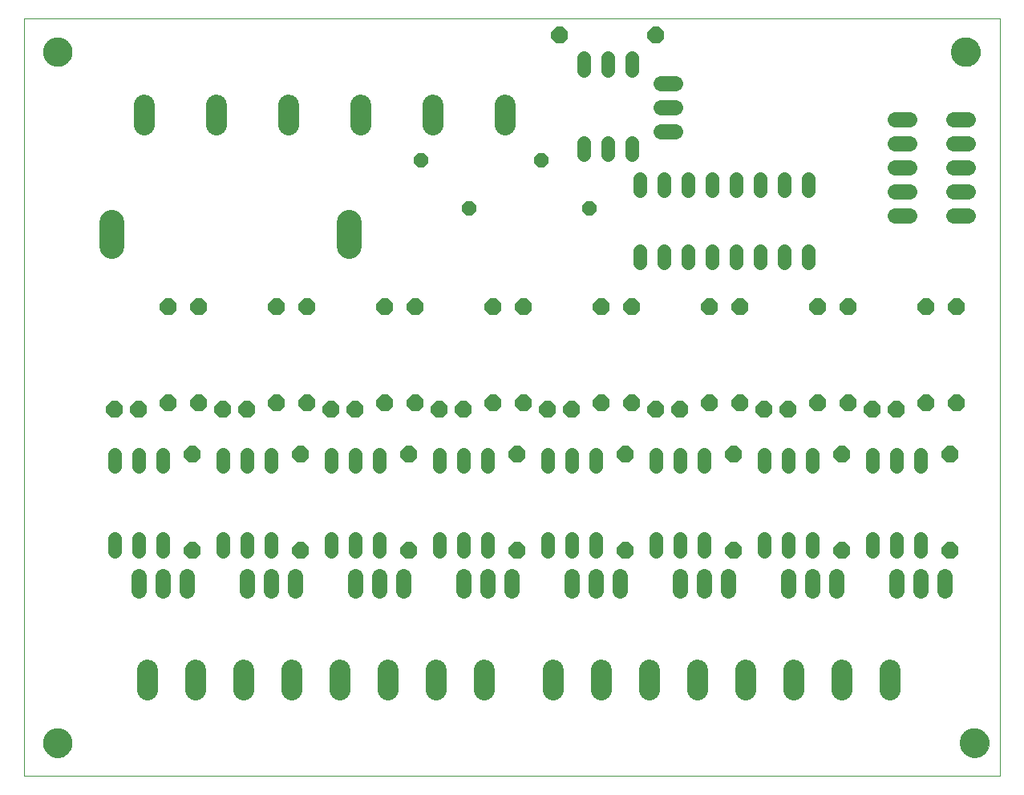
<source format=gbs>
G75*
%MOIN*%
%OFA0B0*%
%FSLAX24Y24*%
%IPPOS*%
%LPD*%
%AMOC8*
5,1,8,0,0,1.08239X$1,22.5*
%
%ADD10C,0.0000*%
%ADD11C,0.0640*%
%ADD12C,0.0560*%
%ADD13OC8,0.0700*%
%ADD14C,0.0865*%
%ADD15C,0.1040*%
%ADD16C,0.1221*%
%ADD17OC8,0.0600*%
D10*
X000325Y000425D02*
X000325Y031921D01*
X040876Y031921D01*
X040876Y000425D01*
X000325Y000425D01*
X001109Y001800D02*
X001111Y001848D01*
X001117Y001896D01*
X001127Y001943D01*
X001140Y001989D01*
X001158Y002034D01*
X001178Y002078D01*
X001203Y002120D01*
X001231Y002159D01*
X001261Y002196D01*
X001295Y002230D01*
X001332Y002262D01*
X001370Y002291D01*
X001411Y002316D01*
X001454Y002338D01*
X001499Y002356D01*
X001545Y002370D01*
X001592Y002381D01*
X001640Y002388D01*
X001688Y002391D01*
X001736Y002390D01*
X001784Y002385D01*
X001832Y002376D01*
X001878Y002364D01*
X001923Y002347D01*
X001967Y002327D01*
X002009Y002304D01*
X002049Y002277D01*
X002087Y002247D01*
X002122Y002214D01*
X002154Y002178D01*
X002184Y002140D01*
X002210Y002099D01*
X002232Y002056D01*
X002252Y002012D01*
X002267Y001967D01*
X002279Y001920D01*
X002287Y001872D01*
X002291Y001824D01*
X002291Y001776D01*
X002287Y001728D01*
X002279Y001680D01*
X002267Y001633D01*
X002252Y001588D01*
X002232Y001544D01*
X002210Y001501D01*
X002184Y001460D01*
X002154Y001422D01*
X002122Y001386D01*
X002087Y001353D01*
X002049Y001323D01*
X002009Y001296D01*
X001967Y001273D01*
X001923Y001253D01*
X001878Y001236D01*
X001832Y001224D01*
X001784Y001215D01*
X001736Y001210D01*
X001688Y001209D01*
X001640Y001212D01*
X001592Y001219D01*
X001545Y001230D01*
X001499Y001244D01*
X001454Y001262D01*
X001411Y001284D01*
X001370Y001309D01*
X001332Y001338D01*
X001295Y001370D01*
X001261Y001404D01*
X001231Y001441D01*
X001203Y001480D01*
X001178Y001522D01*
X001158Y001566D01*
X001140Y001611D01*
X001127Y001657D01*
X001117Y001704D01*
X001111Y001752D01*
X001109Y001800D01*
X001109Y030550D02*
X001111Y030598D01*
X001117Y030646D01*
X001127Y030693D01*
X001140Y030739D01*
X001158Y030784D01*
X001178Y030828D01*
X001203Y030870D01*
X001231Y030909D01*
X001261Y030946D01*
X001295Y030980D01*
X001332Y031012D01*
X001370Y031041D01*
X001411Y031066D01*
X001454Y031088D01*
X001499Y031106D01*
X001545Y031120D01*
X001592Y031131D01*
X001640Y031138D01*
X001688Y031141D01*
X001736Y031140D01*
X001784Y031135D01*
X001832Y031126D01*
X001878Y031114D01*
X001923Y031097D01*
X001967Y031077D01*
X002009Y031054D01*
X002049Y031027D01*
X002087Y030997D01*
X002122Y030964D01*
X002154Y030928D01*
X002184Y030890D01*
X002210Y030849D01*
X002232Y030806D01*
X002252Y030762D01*
X002267Y030717D01*
X002279Y030670D01*
X002287Y030622D01*
X002291Y030574D01*
X002291Y030526D01*
X002287Y030478D01*
X002279Y030430D01*
X002267Y030383D01*
X002252Y030338D01*
X002232Y030294D01*
X002210Y030251D01*
X002184Y030210D01*
X002154Y030172D01*
X002122Y030136D01*
X002087Y030103D01*
X002049Y030073D01*
X002009Y030046D01*
X001967Y030023D01*
X001923Y030003D01*
X001878Y029986D01*
X001832Y029974D01*
X001784Y029965D01*
X001736Y029960D01*
X001688Y029959D01*
X001640Y029962D01*
X001592Y029969D01*
X001545Y029980D01*
X001499Y029994D01*
X001454Y030012D01*
X001411Y030034D01*
X001370Y030059D01*
X001332Y030088D01*
X001295Y030120D01*
X001261Y030154D01*
X001231Y030191D01*
X001203Y030230D01*
X001178Y030272D01*
X001158Y030316D01*
X001140Y030361D01*
X001127Y030407D01*
X001117Y030454D01*
X001111Y030502D01*
X001109Y030550D01*
X038859Y030550D02*
X038861Y030598D01*
X038867Y030646D01*
X038877Y030693D01*
X038890Y030739D01*
X038908Y030784D01*
X038928Y030828D01*
X038953Y030870D01*
X038981Y030909D01*
X039011Y030946D01*
X039045Y030980D01*
X039082Y031012D01*
X039120Y031041D01*
X039161Y031066D01*
X039204Y031088D01*
X039249Y031106D01*
X039295Y031120D01*
X039342Y031131D01*
X039390Y031138D01*
X039438Y031141D01*
X039486Y031140D01*
X039534Y031135D01*
X039582Y031126D01*
X039628Y031114D01*
X039673Y031097D01*
X039717Y031077D01*
X039759Y031054D01*
X039799Y031027D01*
X039837Y030997D01*
X039872Y030964D01*
X039904Y030928D01*
X039934Y030890D01*
X039960Y030849D01*
X039982Y030806D01*
X040002Y030762D01*
X040017Y030717D01*
X040029Y030670D01*
X040037Y030622D01*
X040041Y030574D01*
X040041Y030526D01*
X040037Y030478D01*
X040029Y030430D01*
X040017Y030383D01*
X040002Y030338D01*
X039982Y030294D01*
X039960Y030251D01*
X039934Y030210D01*
X039904Y030172D01*
X039872Y030136D01*
X039837Y030103D01*
X039799Y030073D01*
X039759Y030046D01*
X039717Y030023D01*
X039673Y030003D01*
X039628Y029986D01*
X039582Y029974D01*
X039534Y029965D01*
X039486Y029960D01*
X039438Y029959D01*
X039390Y029962D01*
X039342Y029969D01*
X039295Y029980D01*
X039249Y029994D01*
X039204Y030012D01*
X039161Y030034D01*
X039120Y030059D01*
X039082Y030088D01*
X039045Y030120D01*
X039011Y030154D01*
X038981Y030191D01*
X038953Y030230D01*
X038928Y030272D01*
X038908Y030316D01*
X038890Y030361D01*
X038877Y030407D01*
X038867Y030454D01*
X038861Y030502D01*
X038859Y030550D01*
X039234Y001800D02*
X039236Y001848D01*
X039242Y001896D01*
X039252Y001943D01*
X039265Y001989D01*
X039283Y002034D01*
X039303Y002078D01*
X039328Y002120D01*
X039356Y002159D01*
X039386Y002196D01*
X039420Y002230D01*
X039457Y002262D01*
X039495Y002291D01*
X039536Y002316D01*
X039579Y002338D01*
X039624Y002356D01*
X039670Y002370D01*
X039717Y002381D01*
X039765Y002388D01*
X039813Y002391D01*
X039861Y002390D01*
X039909Y002385D01*
X039957Y002376D01*
X040003Y002364D01*
X040048Y002347D01*
X040092Y002327D01*
X040134Y002304D01*
X040174Y002277D01*
X040212Y002247D01*
X040247Y002214D01*
X040279Y002178D01*
X040309Y002140D01*
X040335Y002099D01*
X040357Y002056D01*
X040377Y002012D01*
X040392Y001967D01*
X040404Y001920D01*
X040412Y001872D01*
X040416Y001824D01*
X040416Y001776D01*
X040412Y001728D01*
X040404Y001680D01*
X040392Y001633D01*
X040377Y001588D01*
X040357Y001544D01*
X040335Y001501D01*
X040309Y001460D01*
X040279Y001422D01*
X040247Y001386D01*
X040212Y001353D01*
X040174Y001323D01*
X040134Y001296D01*
X040092Y001273D01*
X040048Y001253D01*
X040003Y001236D01*
X039957Y001224D01*
X039909Y001215D01*
X039861Y001210D01*
X039813Y001209D01*
X039765Y001212D01*
X039717Y001219D01*
X039670Y001230D01*
X039624Y001244D01*
X039579Y001262D01*
X039536Y001284D01*
X039495Y001309D01*
X039457Y001338D01*
X039420Y001370D01*
X039386Y001404D01*
X039356Y001441D01*
X039328Y001480D01*
X039303Y001522D01*
X039283Y001566D01*
X039265Y001611D01*
X039252Y001657D01*
X039242Y001704D01*
X039236Y001752D01*
X039234Y001800D01*
D11*
X038575Y008125D02*
X038575Y008725D01*
X037575Y008725D02*
X037575Y008125D01*
X036575Y008125D02*
X036575Y008725D01*
X034075Y008725D02*
X034075Y008125D01*
X033075Y008125D02*
X033075Y008725D01*
X032075Y008725D02*
X032075Y008125D01*
X029575Y008125D02*
X029575Y008725D01*
X028575Y008725D02*
X028575Y008125D01*
X027575Y008125D02*
X027575Y008725D01*
X025075Y008725D02*
X025075Y008125D01*
X024075Y008125D02*
X024075Y008725D01*
X023075Y008725D02*
X023075Y008125D01*
X020575Y008125D02*
X020575Y008725D01*
X019575Y008725D02*
X019575Y008125D01*
X018575Y008125D02*
X018575Y008725D01*
X016075Y008725D02*
X016075Y008125D01*
X015075Y008125D02*
X015075Y008725D01*
X014075Y008725D02*
X014075Y008125D01*
X011575Y008125D02*
X011575Y008725D01*
X010575Y008725D02*
X010575Y008125D01*
X009575Y008125D02*
X009575Y008725D01*
X007075Y008725D02*
X007075Y008125D01*
X006075Y008125D02*
X006075Y008725D01*
X005075Y008725D02*
X005075Y008125D01*
X026775Y027225D02*
X027375Y027225D01*
X027375Y028225D02*
X026775Y028225D01*
X026775Y029225D02*
X027375Y029225D01*
X036525Y027725D02*
X037125Y027725D01*
X037125Y026725D02*
X036525Y026725D01*
X036525Y025725D02*
X037125Y025725D01*
X037125Y024725D02*
X036525Y024725D01*
X036525Y023725D02*
X037125Y023725D01*
X038945Y023734D02*
X039545Y023734D01*
X039545Y024734D02*
X038945Y024734D01*
X038945Y025734D02*
X039545Y025734D01*
X039545Y026734D02*
X038945Y026734D01*
X038945Y027734D02*
X039545Y027734D01*
D12*
X032925Y025285D02*
X032925Y024765D01*
X031925Y024765D02*
X031925Y025285D01*
X030925Y025285D02*
X030925Y024765D01*
X029925Y024765D02*
X029925Y025285D01*
X028925Y025285D02*
X028925Y024765D01*
X027925Y024765D02*
X027925Y025285D01*
X026925Y025285D02*
X026925Y024765D01*
X025925Y024765D02*
X025925Y025285D01*
X025575Y026255D02*
X025575Y026775D01*
X024575Y026775D02*
X024575Y026255D01*
X023575Y026255D02*
X023575Y026775D01*
X023575Y029775D02*
X023575Y030295D01*
X024575Y030295D02*
X024575Y029775D01*
X025575Y029775D02*
X025575Y030295D01*
X025925Y022285D02*
X025925Y021765D01*
X026925Y021765D02*
X026925Y022285D01*
X027925Y022285D02*
X027925Y021765D01*
X028925Y021765D02*
X028925Y022285D01*
X029925Y022285D02*
X029925Y021765D01*
X030925Y021765D02*
X030925Y022285D01*
X031925Y022285D02*
X031925Y021765D01*
X032925Y021765D02*
X032925Y022285D01*
X033075Y013820D02*
X033075Y013300D01*
X032075Y013300D02*
X032075Y013820D01*
X031075Y013820D02*
X031075Y013300D01*
X028575Y013300D02*
X028575Y013820D01*
X027575Y013820D02*
X027575Y013300D01*
X026575Y013300D02*
X026575Y013820D01*
X024075Y013820D02*
X024075Y013300D01*
X023075Y013300D02*
X023075Y013820D01*
X022075Y013820D02*
X022075Y013300D01*
X019575Y013300D02*
X019575Y013820D01*
X018575Y013820D02*
X018575Y013300D01*
X017575Y013300D02*
X017575Y013820D01*
X015075Y013820D02*
X015075Y013300D01*
X014075Y013300D02*
X014075Y013820D01*
X013075Y013820D02*
X013075Y013300D01*
X010575Y013300D02*
X010575Y013820D01*
X009575Y013820D02*
X009575Y013300D01*
X008575Y013300D02*
X008575Y013820D01*
X006075Y013820D02*
X006075Y013300D01*
X005075Y013300D02*
X005075Y013820D01*
X004075Y013820D02*
X004075Y013300D01*
X004075Y010300D02*
X004075Y009780D01*
X005075Y009780D02*
X005075Y010300D01*
X006075Y010300D02*
X006075Y009780D01*
X008575Y009780D02*
X008575Y010300D01*
X009575Y010300D02*
X009575Y009780D01*
X010575Y009780D02*
X010575Y010300D01*
X013075Y010300D02*
X013075Y009780D01*
X014075Y009780D02*
X014075Y010300D01*
X015075Y010300D02*
X015075Y009780D01*
X017575Y009780D02*
X017575Y010300D01*
X018575Y010300D02*
X018575Y009780D01*
X019575Y009780D02*
X019575Y010300D01*
X022075Y010300D02*
X022075Y009780D01*
X023075Y009780D02*
X023075Y010300D01*
X024075Y010300D02*
X024075Y009780D01*
X026575Y009780D02*
X026575Y010300D01*
X027575Y010300D02*
X027575Y009780D01*
X028575Y009780D02*
X028575Y010300D01*
X031075Y010300D02*
X031075Y009780D01*
X032075Y009780D02*
X032075Y010300D01*
X033075Y010300D02*
X033075Y009780D01*
X035575Y009780D02*
X035575Y010300D01*
X036575Y010300D02*
X036575Y009780D01*
X037575Y009780D02*
X037575Y010300D01*
X037575Y013300D02*
X037575Y013820D01*
X036575Y013820D02*
X036575Y013300D01*
X035575Y013300D02*
X035575Y013820D01*
D13*
X034325Y013800D03*
X035575Y015675D03*
X034575Y015925D03*
X033325Y015925D03*
X032075Y015675D03*
X031075Y015675D03*
X030075Y015925D03*
X028825Y015925D03*
X027575Y015675D03*
X026575Y015675D03*
X025575Y015925D03*
X024325Y015925D03*
X023075Y015675D03*
X022075Y015675D03*
X021075Y015925D03*
X019825Y015925D03*
X018575Y015675D03*
X017575Y015675D03*
X016575Y015925D03*
X015325Y015925D03*
X014075Y015675D03*
X013075Y015675D03*
X012075Y015925D03*
X010825Y015925D03*
X009575Y015675D03*
X008575Y015675D03*
X007575Y015925D03*
X006325Y015925D03*
X005075Y015675D03*
X004075Y015675D03*
X007325Y013800D03*
X011825Y013800D03*
X016325Y013800D03*
X020825Y013800D03*
X025325Y013800D03*
X029825Y013800D03*
X029825Y009800D03*
X025325Y009800D03*
X020825Y009800D03*
X016325Y009800D03*
X011825Y009800D03*
X007325Y009800D03*
X007575Y019925D03*
X006325Y019925D03*
X010825Y019925D03*
X012075Y019925D03*
X015325Y019925D03*
X016575Y019925D03*
X019825Y019925D03*
X021075Y019925D03*
X024325Y019925D03*
X025575Y019925D03*
X028825Y019925D03*
X030075Y019925D03*
X033325Y019925D03*
X034575Y019925D03*
X037825Y019925D03*
X039075Y019925D03*
X039075Y015925D03*
X037825Y015925D03*
X036575Y015675D03*
X038825Y013800D03*
X038825Y009800D03*
X034325Y009800D03*
X026575Y031225D03*
X022575Y031225D03*
D14*
X020325Y028338D02*
X020325Y027513D01*
X017325Y027513D02*
X017325Y028338D01*
X014325Y028338D02*
X014325Y027513D01*
X011325Y027513D02*
X011325Y028338D01*
X008325Y028338D02*
X008325Y027513D01*
X005325Y027513D02*
X005325Y028338D01*
X005450Y004838D02*
X005450Y004013D01*
X007450Y004013D02*
X007450Y004838D01*
X009450Y004838D02*
X009450Y004013D01*
X011450Y004013D02*
X011450Y004838D01*
X013450Y004838D02*
X013450Y004013D01*
X015450Y004013D02*
X015450Y004838D01*
X017450Y004838D02*
X017450Y004013D01*
X019450Y004013D02*
X019450Y004838D01*
X022325Y004838D02*
X022325Y004013D01*
X024325Y004013D02*
X024325Y004838D01*
X026325Y004838D02*
X026325Y004013D01*
X028325Y004013D02*
X028325Y004838D01*
X030325Y004838D02*
X030325Y004013D01*
X032325Y004013D02*
X032325Y004838D01*
X034325Y004838D02*
X034325Y004013D01*
X036325Y004013D02*
X036325Y004838D01*
D15*
X013805Y022475D02*
X013805Y023475D01*
X003945Y023475D02*
X003945Y022475D01*
D16*
X001700Y030550D03*
X001700Y001800D03*
X039825Y001800D03*
X039450Y030550D03*
D17*
X023800Y024050D03*
X021825Y026025D03*
X018800Y024050D03*
X016825Y026025D03*
M02*

</source>
